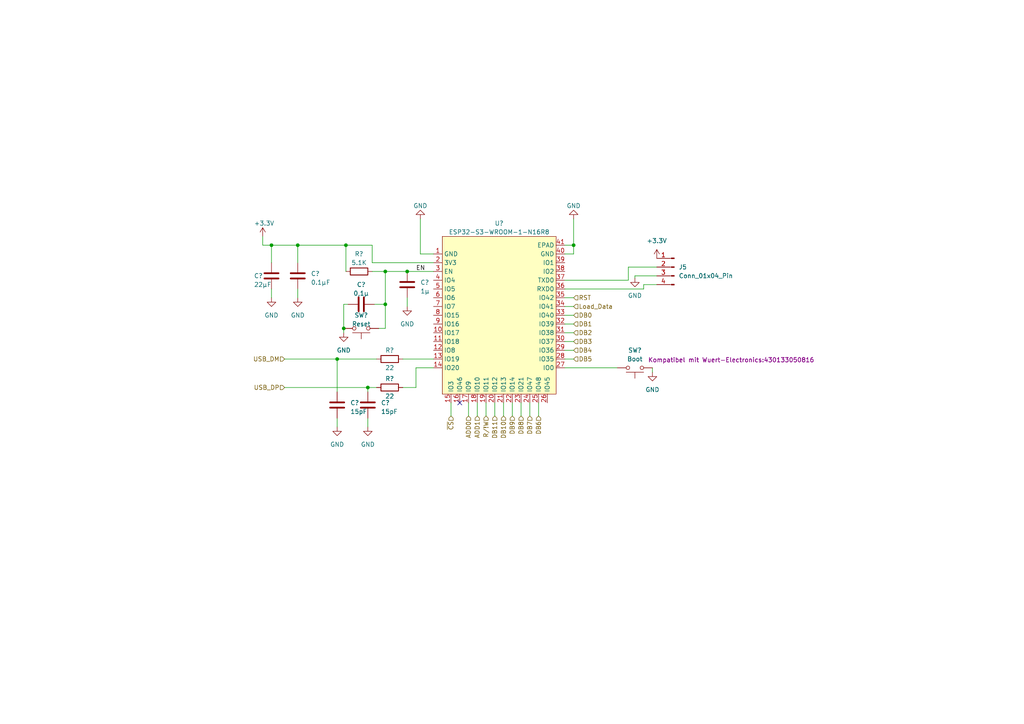
<source format=kicad_sch>
(kicad_sch (version 20231120) (generator "eeschema") (generator_version "8.0")
  (paper "A4")
  (lib_symbols
    (symbol "+3.3V_1" (power) (pin_numbers hide) (pin_names (offset 0) hide)
      (property "Value" "+3.3V" (at 0 3.556 0))
      (symbol "+3.3V_1_0_1"
        (polyline (pts (xy -0.762 1.27) (xy 0 2.54)))
        (polyline (pts (xy 0 0) (xy 0 2.54)))
        (polyline (pts (xy 0 2.54) (xy 0.762 1.27)))
      )
      (symbol "+3.3V_1_1_1"
        (pin power_in line (at 0 0 90) (length 0) (name "~") (number "1"))
      )
    )
    (symbol "Connector:Conn_01x04_Pin" (pin_names (offset 1.016) hide)
      (property "Reference" "J" (at 0 5.08 0))
      (property "Value" "Conn_01x04_Pin" (at 0 -7.62 0))
      (symbol "Conn_01x04_Pin_1_1"
        (polyline (pts (xy 1.27 -5.08) (xy 0.8636 -5.08)) (stroke (width 0.1524)))
        (polyline (pts (xy 1.27 -2.54) (xy 0.8636 -2.54)) (stroke (width 0.1524)))
        (polyline (pts (xy 1.27 0) (xy 0.8636 0)) (stroke (width 0.1524)))
        (polyline (pts (xy 1.27 2.54) (xy 0.8636 2.54)) (stroke (width 0.1524)))
        (rectangle (start 0.8636 -4.953) (end 0 -5.207) (stroke (width 0.1524)) (fill (type outline)))
        (rectangle (start 0.8636 -2.413) (end 0 -2.667) (stroke (width 0.1524)) (fill (type outline)))
        (rectangle (start 0.8636 0.127) (end 0 -0.127) (stroke (width 0.1524)) (fill (type outline)))
        (rectangle (start 0.8636 2.667) (end 0 2.413) (stroke (width 0.1524)) (fill (type outline)))
        (pin passive line (at 5.08 2.54 180) (length 3.81) (name "Pin_1") (number "1"))
        (pin passive line (at 5.08 0 180) (length 3.81) (name "Pin_2") (number "2"))
        (pin passive line (at 5.08 -2.54 180) (length 3.81) (name "Pin_3") (number "3"))
        (pin passive line (at 5.08 -5.08 180) (length 3.81) (name "Pin_4") (number "4"))
      )
    )
    (symbol "Device:C" (pin_numbers hide) (pin_names (offset 0.254))
      (property "Reference" "C" (at 0.635 2.54 0))
      (property "Value" "C" (at 0.635 -2.54 0))
      (symbol "C_0_1"
        (polyline (pts (xy -2.032 -0.762) (xy 2.032 -0.762)) (stroke (width 0.508)))
        (polyline (pts (xy -2.032 0.762) (xy 2.032 0.762)) (stroke (width 0.508)))
      )
      (symbol "C_1_1"
        (pin passive line (at 0 3.81 270) (length 2.794) (name "~") (number "1"))
        (pin passive line (at 0 -3.81 90) (length 2.794) (name "~") (number "2"))
      )
    )
    (symbol "Device:R" (pin_numbers hide) (pin_names (offset 0))
      (property "Reference" "R" (at 2.032 0 90))
      (property "Value" "R" (at 0 0 90))
      (symbol "R_0_1"
        (rectangle (start -1.016 -2.54) (end 1.016 2.54) (stroke (width 0.254)))
      )
      (symbol "R_1_1"
        (pin passive line (at 0 3.81 270) (length 1.27) (name "~") (number "1"))
        (pin passive line (at 0 -3.81 90) (length 1.27) (name "~") (number "2"))
      )
    )
    (symbol "ESP32:ESP32-S3-WROOM-1-N16R8"
      (property "Reference" "U" (at 16.51 1.27 0))
      (property "Value" "ESP32-S3-WROOM-1-N16R8" (at 16.51 -20.32 90))
      (symbol "ESP32-S3-WROOM-1-N16R8_1_1"
        (rectangle (start 0 0) (end 33.02 -45.72) (fill (type background)))
        (pin input line (at -2.54 -5.08 0) (length 2.54) (name "GND") (number "1"))
        (pin input line (at -2.54 -27.94 0) (length 2.54) (name "IO17") (number "10"))
        (pin input line (at -2.54 -30.48 0) (length 2.54) (name "IO18") (number "11"))
        (pin input line (at -2.54 -33.02 0) (length 2.54) (name "IO8") (number "12"))
        (pin input line (at -2.54 -35.56 0) (length 2.54) (name "IO19") (number "13"))
        (pin input line (at -2.54 -38.1 0) (length 2.54) (name "IO20") (number "14"))
        (pin input line (at 2.54 -48.26 90) (length 2.54) (name "IO3") (number "15"))
        (pin input line (at 5.08 -48.26 90) (length 2.54) (name "IO46") (number "16"))
        (pin input line (at 7.62 -48.26 90) (length 2.54) (name "IO9") (number "17"))
        (pin input line (at 10.16 -48.26 90) (length 2.54) (name "IO10") (number "18"))
        (pin input line (at 12.7 -48.26 90) (length 2.54) (name "IO11") (number "19"))
        (pin input line (at -2.54 -7.62 0) (length 2.54) (name "3V3") (number "2"))
        (pin input line (at 15.24 -48.26 90) (length 2.54) (name "IO12") (number "20"))
        (pin input line (at 17.78 -48.26 90) (length 2.54) (name "IO13") (number "21"))
        (pin input line (at 20.32 -48.26 90) (length 2.54) (name "IO14") (number "22"))
        (pin input line (at 22.86 -48.26 90) (length 2.54) (name "IO21") (number "23"))
        (pin input line (at 25.4 -48.26 90) (length 2.54) (name "IO47") (number "24"))
        (pin input line (at 27.94 -48.26 90) (length 2.54) (name "IO48") (number "25"))
        (pin input line (at 30.48 -48.26 90) (length 2.54) (name "IO45") (number "26"))
        (pin input line (at 35.56 -38.1 180) (length 2.54) (name "IO0") (number "27"))
        (pin input line (at 35.56 -35.56 180) (length 2.54) (name "IO35") (number "28"))
        (pin input line (at 35.56 -33.02 180) (length 2.54) (name "IO36") (number "29"))
        (pin input line (at -2.54 -10.16 0) (length 2.54) (name "EN") (number "3"))
        (pin input line (at 35.56 -30.48 180) (length 2.54) (name "IO37") (number "30"))
        (pin input line (at 35.56 -27.94 180) (length 2.54) (name "IO38") (number "31"))
        (pin input line (at 35.56 -25.4 180) (length 2.54) (name "IO39") (number "32"))
        (pin input line (at 35.56 -22.86 180) (length 2.54) (name "IO40") (number "33"))
        (pin input line (at 35.56 -20.32 180) (length 2.54) (name "IO41") (number "34"))
        (pin input line (at 35.56 -17.78 180) (length 2.54) (name "IO42") (number "35"))
        (pin input line (at 35.56 -15.24 180) (length 2.54) (name "RXD0") (number "36"))
        (pin input line (at 35.56 -12.7 180) (length 2.54) (name "TXD0") (number "37"))
        (pin input line (at 35.56 -10.16 180) (length 2.54) (name "IO2") (number "38"))
        (pin input line (at 35.56 -7.62 180) (length 2.54) (name "IO1") (number "39"))
        (pin input line (at -2.54 -12.7 0) (length 2.54) (name "IO4") (number "4"))
        (pin input line (at 35.56 -5.08 180) (length 2.54) (name "GND") (number "40"))
        (pin input line (at 35.56 -2.54 180) (length 2.54) (name "EPAD") (number "41"))
        (pin input line (at -2.54 -15.24 0) (length 2.54) (name "IO5") (number "5"))
        (pin input line (at -2.54 -17.78 0) (length 2.54) (name "IO6") (number "6"))
        (pin input line (at -2.54 -20.32 0) (length 2.54) (name "IO7") (number "7"))
        (pin input line (at -2.54 -22.86 0) (length 2.54) (name "IO15") (number "8"))
        (pin input line (at -2.54 -25.4 0) (length 2.54) (name "IO16") (number "9"))
      )
    )
    (symbol "Switch:SW_Push" (pin_numbers hide) (pin_names (offset 1.016) hide)
      (property "Reference" "SW" (at 1.27 2.54 0))
      (property "Value" "SW_Push" (at 0 -1.524 0))
      (symbol "SW_Push_0_1"
        (circle (center -2.032 0) (radius 0.508))
        (polyline (pts (xy 0 1.27) (xy 0 3.048)))
        (polyline (pts (xy 2.54 1.27) (xy -2.54 1.27)))
        (circle (center 2.032 0) (radius 0.508))
        (pin passive line (at -5.08 0 0) (length 2.54) (name "1") (number "1"))
        (pin passive line (at 5.08 0 180) (length 2.54) (name "2") (number "2"))
      )
    )
    (symbol "power:+3.3V" (power) (pin_names (offset 0))
      (property "Value" "+3.3V" (at 0 3.556 0))
      (symbol "+3.3V_0_1"
        (polyline (pts (xy -0.762 1.27) (xy 0 2.54)))
        (polyline (pts (xy 0 0) (xy 0 2.54)))
        (polyline (pts (xy 0 2.54) (xy 0.762 1.27)))
      )
      (symbol "+3.3V_1_1"
        (pin power_in line (at 0 0 90) (length 0) hide (name "+3.3V") (number "1"))
      )
    )
    (symbol "power:GND" (power) (pin_names (offset 0))
      (property "Value" "GND" (at 0 -3.81 0))
      (symbol "GND_0_1"
        (polyline (pts (xy 0 0) (xy 0 -1.27) (xy 1.27 -1.27) (xy 0 -2.54) (xy -1.27 -1.27) (xy 0 -1.27)))
      )
      (symbol "GND_1_1"
        (pin power_in line (at 0 0 270) (length 0) hide (name "GND") (number "1"))
      )
    )
  )
  (junction (at 111.76 88.265))
  (junction (at 97.79 104.14))
  (junction (at 118.11 78.74))
  (junction (at 78.74 71.12))
  (junction (at 100.33 71.12))
  (junction (at 99.695 95.25))
  (junction (at 111.76 78.74))
  (junction (at 166.37 71.12))
  (junction (at 86.36 71.12))
  (junction (at 106.68 112.395))
  (no_connect (at 133.35 116.84))
  (wire (pts (xy 125.73 106.68) (xy 120.65 106.68)))
  (wire (pts (xy 106.68 112.395) (xy 106.68 113.665)))
  (wire (pts (xy 97.79 123.825) (xy 97.79 121.285)))
  (wire (pts (xy 118.11 78.74) (xy 125.73 78.74)))
  (wire (pts (xy 186.69 82.55) (xy 190.5 82.55)))
  (wire (pts (xy 184.15 80.01) (xy 190.5 80.01)))
  (wire (pts (xy 166.37 86.36) (xy 163.83 86.36)))
  (wire (pts (xy 182.245 77.47) (xy 190.5 77.47)))
  (wire (pts (xy 166.37 99.06) (xy 163.83 99.06)))
  (wire (pts (xy 107.95 76.2) (xy 107.95 71.12)))
  (wire (pts (xy 135.89 120.65) (xy 135.89 116.84)))
  (wire (pts (xy 76.2 71.12) (xy 78.74 71.12)))
  (wire (pts (xy 82.55 104.14) (xy 97.79 104.14)))
  (wire (pts (xy 186.69 82.55) (xy 186.69 83.82)))
  (wire (pts (xy 111.76 78.74) (xy 111.76 88.265)))
  (wire (pts (xy 186.69 83.82) (xy 163.83 83.82)))
  (wire (pts (xy 166.37 104.14) (xy 163.83 104.14)))
  (wire (pts (xy 125.73 76.2) (xy 107.95 76.2)))
  (wire (pts (xy 121.92 63.5) (xy 121.92 73.66)))
  (wire (pts (xy 108.585 88.265) (xy 111.76 88.265)))
  (wire (pts (xy 156.21 120.65) (xy 156.21 116.84)))
  (wire (pts (xy 166.37 96.52) (xy 163.83 96.52)))
  (wire (pts (xy 166.37 63.5) (xy 166.37 71.12)))
  (wire (pts (xy 106.68 112.395) (xy 109.22 112.395)))
  (wire (pts (xy 78.74 71.12) (xy 78.74 76.2)))
  (wire (pts (xy 138.43 120.65) (xy 138.43 116.84)))
  (wire (pts (xy 86.36 71.12) (xy 78.74 71.12)))
  (wire (pts (xy 116.84 112.395) (xy 120.65 112.395)))
  (wire (pts (xy 86.36 83.82) (xy 86.36 86.36)))
  (wire (pts (xy 166.37 101.6) (xy 163.83 101.6)))
  (wire (pts (xy 111.76 88.265) (xy 111.76 95.25)))
  (wire (pts (xy 107.95 78.74) (xy 111.76 78.74)))
  (wire (pts (xy 99.695 95.25) (xy 99.695 96.52)))
  (wire (pts (xy 76.2 68.58) (xy 76.2 71.12)))
  (wire (pts (xy 166.37 73.66) (xy 166.37 71.12)))
  (wire (pts (xy 107.95 71.12) (xy 100.33 71.12)))
  (wire (pts (xy 82.55 112.395) (xy 106.68 112.395)))
  (wire (pts (xy 100.33 71.12) (xy 86.36 71.12)))
  (wire (pts (xy 166.37 71.12) (xy 163.83 71.12)))
  (wire (pts (xy 182.245 77.47) (xy 182.245 81.28)))
  (wire (pts (xy 182.245 81.28) (xy 163.83 81.28)))
  (wire (pts (xy 106.68 123.825) (xy 106.68 121.285)))
  (wire (pts (xy 166.37 91.44) (xy 163.83 91.44)))
  (wire (pts (xy 97.79 104.14) (xy 109.22 104.14)))
  (wire (pts (xy 166.37 88.9) (xy 163.83 88.9)))
  (wire (pts (xy 130.81 120.65) (xy 130.81 116.84)))
  (wire (pts (xy 99.695 88.265) (xy 100.965 88.265)))
  (wire (pts (xy 148.59 120.65) (xy 148.59 116.84)))
  (wire (pts (xy 97.79 104.14) (xy 97.79 113.665)))
  (wire (pts (xy 125.73 73.66) (xy 121.92 73.66)))
  (wire (pts (xy 99.695 88.265) (xy 99.695 95.25)))
  (wire (pts (xy 163.83 106.68) (xy 179.07 106.68)))
  (wire (pts (xy 118.11 86.36) (xy 118.11 88.9)))
  (wire (pts (xy 140.97 120.65) (xy 140.97 116.84)))
  (wire (pts (xy 146.05 120.65) (xy 146.05 116.84)))
  (wire (pts (xy 143.51 120.65) (xy 143.51 116.84)))
  (wire (pts (xy 184.15 80.01) (xy 184.15 80.645)))
  (wire (pts (xy 111.76 95.25) (xy 109.855 95.25)))
  (wire (pts (xy 166.37 93.98) (xy 163.83 93.98)))
  (wire (pts (xy 86.36 71.12) (xy 86.36 76.2)))
  (wire (pts (xy 111.76 78.74) (xy 118.11 78.74)))
  (wire (pts (xy 163.83 73.66) (xy 166.37 73.66)))
  (wire (pts (xy 120.65 106.68) (xy 120.65 112.395)))
  (wire (pts (xy 78.74 83.82) (xy 78.74 86.36)))
  (wire (pts (xy 116.84 104.14) (xy 125.73 104.14)))
  (wire (pts (xy 189.23 106.68) (xy 189.23 107.95)))
  (wire (pts (xy 153.67 120.65) (xy 153.67 116.84)))
  (wire (pts (xy 151.13 120.65) (xy 151.13 116.84)))
  (wire (pts (xy 100.33 71.12) (xy 100.33 78.74)))
  (label "EN" (at 120.65 78.74 0))
  (hierarchical_label "DB5" (shape input) (at 166.37 104.14 0))
  (hierarchical_label "DB1" (shape input) (at 166.37 93.98 0))
  (hierarchical_label "ADD0" (shape input) (at 135.89 120.65 270))
  (hierarchical_label "ADD1" (shape input) (at 138.43 120.65 270))
  (hierarchical_label "DB10" (shape input) (at 146.05 120.65 270))
  (hierarchical_label "DB4" (shape input) (at 166.37 101.6 0))
  (hierarchical_label "DB6" (shape input) (at 156.21 120.65 270))
  (hierarchical_label "R{slash}!W" (shape input) (at 140.97 120.65 270))
  (hierarchical_label "DB2" (shape input) (at 166.37 96.52 0))
  (hierarchical_label "DB8" (shape input) (at 151.13 120.65 270))
  (hierarchical_label "DB7" (shape input) (at 153.67 120.65 270))
  (hierarchical_label "DB0" (shape input) (at 166.37 91.44 0))
  (hierarchical_label "Load_Data" (shape input) (at 166.37 88.9 0))
  (hierarchical_label "DB11" (shape input) (at 143.51 120.65 270))
  (hierarchical_label "USB_DP" (shape input) (at 82.55 112.395 180))
  (hierarchical_label "DB9" (shape input) (at 148.59 120.65 270))
  (hierarchical_label "RST" (shape input) (at 166.37 86.36 0))
  (hierarchical_label "DB3" (shape input) (at 166.37 99.06 0))
  (hierarchical_label "~{CS}" (shape input) (at 130.81 120.65 270))
  (hierarchical_label "USB_DM" (shape input) (at 82.55 104.14 180))
  (symbol (lib_id "power:+3.3V") (at 76.2 68.58 0) (unit 1)
    (property "Reference" "#PWR?" (effects (hide yes)))
    (property "Value" "+3.3V" (at 73.66 64.77 0) (effects (justify left)))
    (instances (project "Rica_Phoenix_Platine" (path "" (reference "#PWR?") (unit 1))) (project "ESP32_Soil_Sensor_Platine" (path "" (reference "#PWR?") (unit 1))) (project "Luftmassenmesser" (path "" (reference "#PWR?") (unit 1)) (path "" (reference "#PWR?") (unit 1))) (project "EEG-Simulator-Platine" (path "" (reference "#PWR07") (unit 1))) (project "Alkoholsensor" (path "" (reference "#PWR?") (unit 1))))
  )
  (symbol (lib_name "+3.3V_1") (lib_id "power:+3.3V") (at 190.5 74.93 0) (unit 1)
    (property "Reference" "#PWR018" (effects (hide yes)))
    (property "Value" "+3.3V" (at 190.5 69.85 0))
    (property "Description" "Power symbol creates a global label with name \"+3.3V\"" (effects (hide yes)))
  )
  (symbol (lib_id "power:GND") (at 106.68 123.825 0) (unit 1)
    (property "Reference" "#PWR?" (effects (hide yes)))
    (property "Value" "GND" (at 106.68 128.905 0))
    (instances (project "Rica_Phoenix_Platine" (path "" (reference "#PWR?") (unit 1))) (project "ESP32_Soil_Sensor_Platine" (path "" (reference "#PWR?") (unit 1))) (project "Luftmassenmesser" (path "" (reference "#PWR?") (unit 1)) (path "" (reference "#PWR?") (unit 1))) (project "EEG-Simulator-Platine" (path "" (reference "#PWR012") (unit 1))) (project "Alkoholsensor" (path "" (reference "#PWR?") (unit 1))))
  )
  (symbol (lib_id "Device:R") (at 113.03 104.14 270) (unit 1)
    (property "Reference" "R?" (at 113.03 101.6 90))
    (property "Value" "22" (at 113.03 106.68 90))
    (property "Footprint" "Resistor_SMD:R_0805_2012Metric_Pad1.20x1.40mm_HandSolder" (effects (hide yes)))
    (instances (project "Rica_Phoenix_Platine" (path "" (reference "R?") (unit 1))) (project "ESP32_Soil_Sensor_Platine" (path "" (reference "R?") (unit 1))) (project "Luftmassenmesser" (path "" (reference "R?") (unit 1))) (project "EEG-Simulator-Platine" (path "" (reference "R3") (unit 1))) (project "Alkoholsensor" (path "" (reference "R?") (unit 1))))
  )
  (symbol (lib_id "power:GND") (at 118.11 88.9 0) (unit 1)
    (property "Reference" "#PWR?" (effects (hide yes)))
    (property "Value" "GND" (at 118.11 93.98 0))
    (instances (project "Rica_Phoenix_Platine" (path "" (reference "#PWR?") (unit 1))) (project "ESP32_Soil_Sensor_Platine" (path "" (reference "#PWR?") (unit 1))) (project "Luftmassenmesser" (path "" (reference "#PWR?") (unit 1)) (path "" (reference "#PWR?") (unit 1))) (project "EEG-Simulator-Platine" (path "" (reference "#PWR013") (unit 1))) (project "Alkoholsensor" (path "" (reference "#PWR?") (unit 1))))
  )
  (symbol (lib_id "Device:R") (at 113.03 112.395 270) (unit 1)
    (property "Reference" "R?" (at 113.03 109.855 90))
    (property "Value" "22" (at 113.03 114.935 90))
    (property "Footprint" "Resistor_SMD:R_0805_2012Metric_Pad1.20x1.40mm_HandSolder" (effects (hide yes)))
    (instances (project "Rica_Phoenix_Platine" (path "" (reference "R?") (unit 1))) (project "ESP32_Soil_Sensor_Platine" (path "" (reference "R?") (unit 1))) (project "Luftmassenmesser" (path "" (reference "R?") (unit 1))) (project "EEG-Simulator-Platine" (path "" (reference "R4") (unit 1))) (project "Alkoholsensor" (path "" (reference "R?") (unit 1))))
  )
  (symbol (lib_id "power:GND") (at 166.37 63.5 180) (unit 1)
    (property "Reference" "#PWR?" (effects (hide yes)))
    (property "Value" "GND" (at 166.37 59.69 0))
    (instances (project "Rica_Phoenix_Platine" (path "" (reference "#PWR?") (unit 1))) (project "ESP32_Soil_Sensor_Platine" (path "" (reference "#PWR?") (unit 1))) (project "Luftmassenmesser" (path "" (reference "#PWR?") (unit 1)) (path "" (reference "#PWR?") (unit 1))) (project "EEG-Simulator-Platine" (path "" (reference "#PWR015") (unit 1))) (project "Alkoholsensor" (path "" (reference "#PWR?") (unit 1))))
  )
  (symbol (lib_id "power:GND") (at 78.74 86.36 0) (unit 1)
    (property "Reference" "#PWR?" (effects (hide yes)))
    (property "Value" "GND" (at 78.74 91.44 0))
    (instances (project "Rica_Phoenix_Platine" (path "" (reference "#PWR?") (unit 1))) (project "ESP32_Soil_Sensor_Platine" (path "" (reference "#PWR?") (unit 1))) (project "Luftmassenmesser" (path "" (reference "#PWR?") (unit 1)) (path "" (reference "#PWR?") (unit 1))) (project "EEG-Simulator-Platine" (path "" (reference "#PWR08") (unit 1))) (project "Alkoholsensor" (path "" (reference "#PWR?") (unit 1))))
  )
  (symbol (lib_id "Device:C") (at 118.11 82.55 0) (unit 1)
    (property "Reference" "C?" (at 121.92 81.915 0) (effects (justify left)))
    (property "Value" "1µ" (at 121.92 84.455 0) (effects (justify left)))
    (property "Footprint" "Capacitor_SMD:C_0805_2012Metric_Pad1.18x1.45mm_HandSolder" (effects (hide yes)))
    (instances (project "Rica_Phoenix_Platine" (path "" (reference "C?") (unit 1))) (project "ESP32_Soil_Sensor_Platine" (path "" (reference "C?") (unit 1))) (project "Luftmassenmesser" (path "" (reference "C?") (unit 1)) (path "" (reference "C?") (unit 1))) (project "EEG-Simulator-Platine" (path "" (reference "C6") (unit 1))) (project "Alkoholsensor" (path "" (reference "C?") (unit 1))))
  )
  (symbol (lib_id "power:GND") (at 189.23 107.95 0) (mirror y) (unit 1)
    (property "Reference" "#PWR?" (effects (hide yes)))
    (property "Value" "GND" (at 189.23 113.03 0))
    (instances (project "Rica_Phoenix_Platine" (path "" (reference "#PWR?") (unit 1))) (project "ESP32_Soil_Sensor_Platine" (path "" (reference "#PWR?") (unit 1))) (project "Luftmassenmesser" (path "" (reference "#PWR?") (unit 1)) (path "" (reference "#PWR?") (unit 1))) (project "EEG-Simulator-Platine" (path "" (reference "#PWR017") (unit 1))) (project "Alkoholsensor" (path "" (reference "#PWR?") (unit 1))))
  )
  (symbol (lib_id "ESP32:ESP32-S3-WROOM-1-N16R8") (at 128.27 68.58 0) (unit 1)
    (property "Reference" "U?" (at 144.78 64.77 0))
    (property "Value" "ESP32-S3-WROOM-1-N16R8" (at 144.78 67.31 0))
    (property "Footprint" "ESP32:ESP32-S3-WROOM-1-N16R8" (effects (hide yes)))
    (instances (project "Rica_Phoenix_Platine" (path "" (reference "U?") (unit 1))) (project "ESP32_Soil_Sensor_Platine" (path "" (reference "U?") (unit 1))) (project "Luftmassenmesser" (path "" (reference "U?") (unit 1))) (project "EEG-Simulator-Platine" (path "" (reference "U1") (unit 1))) (project "Alkoholsensor" (path "" (reference "U?") (unit 1))))
  )
  (symbol (lib_id "Device:C") (at 106.68 117.475 0) (unit 1)
    (property "Reference" "C?" (at 110.49 116.84 0) (effects (justify left)))
    (property "Value" "15pF" (at 110.49 119.38 0) (effects (justify left)))
    (property "Footprint" "Capacitor_SMD:C_0805_2012Metric_Pad1.18x1.45mm_HandSolder" (effects (hide yes)))
    (instances (project "Rica_Phoenix_Platine" (path "" (reference "C?") (unit 1))) (project "ESP32_Soil_Sensor_Platine" (path "" (reference "C?") (unit 1))) (project "Luftmassenmesser" (path "" (reference "C?") (unit 1))) (project "EEG-Simulator-Platine" (path "" (reference "C5") (unit 1))) (project "Alkoholsensor" (path "" (reference "C?") (unit 1))))
  )
  (symbol (lib_id "power:GND") (at 97.79 123.825 0) (unit 1)
    (property "Reference" "#PWR?" (effects (hide yes)))
    (property "Value" "GND" (at 97.79 128.905 0))
    (instances (project "Rica_Phoenix_Platine" (path "" (reference "#PWR?") (unit 1))) (project "ESP32_Soil_Sensor_Platine" (path "" (reference "#PWR?") (unit 1))) (project "Luftmassenmesser" (path "" (reference "#PWR?") (unit 1)) (path "" (reference "#PWR?") (unit 1))) (project "EEG-Simulator-Platine" (path "" (reference "#PWR010") (unit 1))) (project "Alkoholsensor" (path "" (reference "#PWR?") (unit 1))))
  )
  (symbol (lib_id "Switch:SW_Push") (at 184.15 106.68 0) (mirror x) (unit 1)
    (property "Reference" "SW?" (at 184.15 101.6 0))
    (property "Value" "Boot" (at 184.15 104.14 0))
    (property "Footprint" "Button:Takt_Schalter_Aliexpress" (effects (hide yes)))
    (property "Description" "Kompatibel mit Wuert-Electronics:430133050816" (at 212.09 104.394 0))
    (instances (project "Rica_Phoenix_Platine" (path "" (reference "SW?") (unit 1))) (project "ESP32_Soil_Sensor_Platine" (path "" (reference "SW?") (unit 1))) (project "Luftmassenmesser" (path "" (reference "SW?") (unit 1))) (project "EEG-Simulator-Platine" (path "" (reference "SW2") (unit 1))) (project "Alkoholsensor" (path "" (reference "SW?") (unit 1))))
  )
  (symbol (lib_id "Device:R") (at 104.14 78.74 90) (unit 1)
    (property "Reference" "R?" (at 104.14 73.66 90))
    (property "Value" "5.1K" (at 104.14 76.2 90))
    (property "Footprint" "Resistor_SMD:R_0805_2012Metric_Pad1.20x1.40mm_HandSolder" (effects (hide yes)))
    (instances (project "Rica_Phoenix_Platine" (path "" (reference "R?") (unit 1))) (project "ESP32_Soil_Sensor_Platine" (path "" (reference "R?") (unit 1))) (project "Luftmassenmesser" (path "" (reference "R?") (unit 1))) (project "EEG-Simulator-Platine" (path "" (reference "R2") (unit 1))) (project "Alkoholsensor" (path "" (reference "R?") (unit 1))))
  )
  (symbol (lib_id "power:GND") (at 86.36 86.36 0) (unit 1)
    (property "Reference" "#PWR?" (effects (hide yes)))
    (property "Value" "GND" (at 86.36 91.44 0))
    (instances (project "Rica_Phoenix_Platine" (path "" (reference "#PWR?") (unit 1))) (project "ESP32_Soil_Sensor_Platine" (path "" (reference "#PWR?") (unit 1))) (project "Luftmassenmesser" (path "" (reference "#PWR?") (unit 1)) (path "" (reference "#PWR?") (unit 1))) (project "EEG-Simulator-Platine" (path "" (reference "#PWR09") (unit 1))) (project "Alkoholsensor" (path "" (reference "#PWR?") (unit 1))))
  )
  (symbol (lib_id "Device:C") (at 86.36 80.01 0) (unit 1)
    (property "Reference" "C?" (at 90.17 79.375 0) (effects (justify left)))
    (property "Value" "0.1µF" (at 90.17 81.915 0) (effects (justify left)))
    (property "Footprint" "Capacitor_SMD:C_0805_2012Metric_Pad1.18x1.45mm_HandSolder" (effects (hide yes)))
    (instances (project "Rica_Phoenix_Platine" (path "" (reference "C?") (unit 1))) (project "ESP32_Soil_Sensor_Platine" (path "" (reference "C?") (unit 1))) (project "Luftmassenmesser" (path "" (reference "C?") (unit 1)) (path "" (reference "C?") (unit 1))) (project "EEG-Simulator-Platine" (path "" (reference "C2") (unit 1))) (project "Alkoholsensor" (path "" (reference "C?") (unit 1))))
  )
  (symbol (lib_id "power:GND") (at 99.695 96.52 0) (unit 1)
    (property "Reference" "#PWR?" (effects (hide yes)))
    (property "Value" "GND" (at 99.695 101.6 0))
    (instances (project "Rica_Phoenix_Platine" (path "" (reference "#PWR?") (unit 1))) (project "ESP32_Soil_Sensor_Platine" (path "" (reference "#PWR?") (unit 1))) (project "Luftmassenmesser" (path "" (reference "#PWR?") (unit 1)) (path "" (reference "#PWR?") (unit 1))) (project "EEG-Simulator-Platine" (path "" (reference "#PWR011") (unit 1))) (project "Alkoholsensor" (path "" (reference "#PWR?") (unit 1))))
  )
  (symbol (lib_id "power:GND") (at 184.15 80.645 0) (mirror y) (unit 1)
    (property "Reference" "#PWR?" (effects (hide yes)))
    (property "Value" "GND" (at 184.15 85.725 0))
    (instances (project "Rica_Phoenix_Platine" (path "" (reference "#PWR?") (unit 1))) (project "ESP32_Soil_Sensor_Platine" (path "" (reference "#PWR?") (unit 1))) (project "Luftmassenmesser" (path "" (reference "#PWR?") (unit 1)) (path "" (reference "#PWR?") (unit 1))) (project "EEG-Simulator-Platine" (path "" (reference "#PWR016") (unit 1))) (project "Alkoholsensor" (path "" (reference "#PWR?") (unit 1))))
  )
  (symbol (lib_id "Device:C") (at 97.79 117.475 0) (unit 1)
    (property "Reference" "C?" (at 101.6 116.84 0) (effects (justify left)))
    (property "Value" "15pF" (at 101.6 119.38 0) (effects (justify left)))
    (property "Footprint" "Capacitor_SMD:C_0805_2012Metric_Pad1.18x1.45mm_HandSolder" (effects (hide yes)))
    (instances (project "Rica_Phoenix_Platine" (path "" (reference "C?") (unit 1))) (project "ESP32_Soil_Sensor_Platine" (path "" (reference "C?") (unit 1))) (project "Luftmassenmesser" (path "" (reference "C?") (unit 1))) (project "EEG-Simulator-Platine" (path "" (reference "C3") (unit 1))) (project "Alkoholsensor" (path "" (reference "C?") (unit 1))))
  )
  (symbol (lib_id "power:GND") (at 121.92 63.5 180) (unit 1)
    (property "Reference" "#PWR?" (effects (hide yes)))
    (property "Value" "GND" (at 121.92 59.69 0))
    (instances (project "Rica_Phoenix_Platine" (path "" (reference "#PWR?") (unit 1))) (project "ESP32_Soil_Sensor_Platine" (path "" (reference "#PWR?") (unit 1))) (project "Luftmassenmesser" (path "" (reference "#PWR?") (unit 1)) (path "" (reference "#PWR?") (unit 1))) (project "EEG-Simulator-Platine" (path "" (reference "#PWR014") (unit 1))) (project "Alkoholsensor" (path "" (reference "#PWR?") (unit 1))))
  )
  (symbol (lib_id "Device:C") (at 104.775 88.265 90) (unit 1)
    (property "Reference" "C?" (at 104.775 82.55 90))
    (property "Value" "0,1µ" (at 104.775 85.09 90))
    (property "Footprint" "Capacitor_SMD:C_0805_2012Metric_Pad1.18x1.45mm_HandSolder" (effects (hide yes)))
    (instances (project "Rica_Phoenix_Platine" (path "" (reference "C?") (unit 1))) (project "ESP32_Soil_Sensor_Platine" (path "" (reference "C?") (unit 1))) (project "EEG-Simulator-Platine" (path "" (reference "C4") (unit 1))) (project "Alkoholsensor" (path "" (reference "C?") (unit 1))))
  )
  (symbol (lib_id "Switch:SW_Push") (at 104.775 95.25 180) (unit 1)
    (property "Reference" "SW?" (at 104.775 91.44 0))
    (property "Value" "Reset" (at 104.775 93.98 0))
    (property "Footprint" "Button:Takt_Schalter_Aliexpress" (effects (hide yes)))
    (property "Description" "Kompatibel mit Wuert-Electronics:430133050816" (effects (hide yes)))
    (instances (project "Rica_Phoenix_Platine" (path "" (reference "SW?") (unit 1))) (project "ESP32_Soil_Sensor_Platine" (path "" (reference "SW?") (unit 1))) (project "Luftmassenmesser" (path "" (reference "SW?") (unit 1))) (project "EEG-Simulator-Platine" (path "" (reference "SW1") (unit 1))) (project "Alkoholsensor" (path "" (reference "SW?") (unit 1))))
  )
  (symbol (lib_id "Connector:Conn_01x04_Pin") (at 195.58 77.47 0) (mirror y) (unit 1)
    (property "Reference" "J5" (at 196.85 77.4699 0) (effects (justify right)))
    (property "Value" "Conn_01x04_Pin" (at 196.85 80.0099 0) (effects (justify right)))
    (property "Footprint" "Stecker:Steckerleiste_1x4_2,54mm" (effects (hide yes)))
    (property "Description" "Generic connector, single row, 01x04, script generated" (effects (hide yes)))
  )
  (symbol (lib_id "Device:C") (at 78.74 80.01 0) (unit 1)
    (property "Reference" "C?" (at 73.66 80.01 0) (effects (justify left)))
    (property "Value" "22µF" (at 73.66 82.55 0) (effects (justify left)))
    (property "Footprint" "Capacitor_SMD:C_0805_2012Metric_Pad1.18x1.45mm_HandSolder" (effects (hide yes)))
    (instances (project "Rica_Phoenix_Platine" (path "" (reference "C?") (unit 1))) (project "ESP32_Soil_Sensor_Platine" (path "" (reference "C?") (unit 1))) (project "Luftmassenmesser" (path "" (reference "C?") (unit 1)) (path "" (reference "C?") (unit 1))) (project "EEG-Simulator-Platine" (path "" (reference "C1") (unit 1))) (project "Alkoholsensor" (path "" (reference "C?") (unit 1))))
  )
)
</source>
